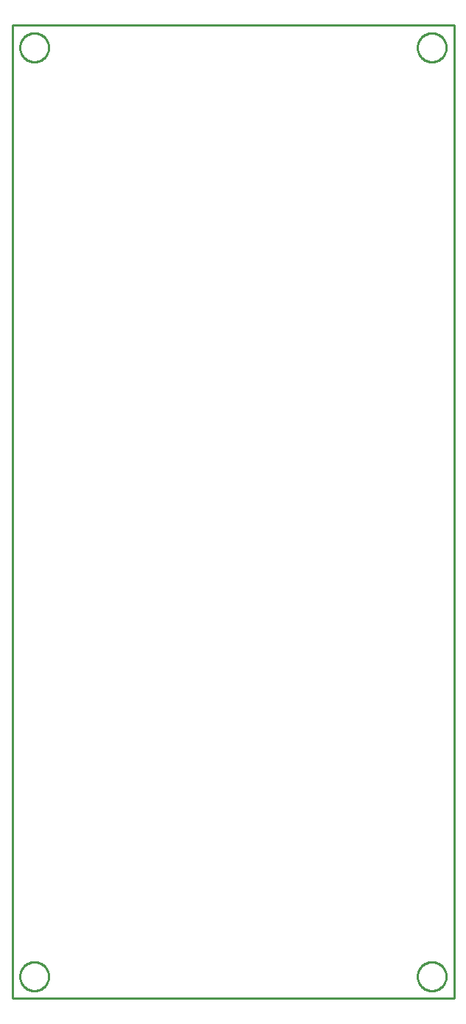
<source format=gko>
G04 EAGLE Gerber RS-274X export*
G75*
%MOMM*%
%FSLAX34Y34*%
%LPD*%
%IN*%
%IPPOS*%
%AMOC8*
5,1,8,0,0,1.08239X$1,22.5*%
G01*
%ADD10C,0.152400*%
%ADD11C,0.000000*%
%ADD12C,0.254000*%


D10*
X0Y0D02*
X508000Y0D01*
X508000Y1117600D01*
X0Y1117600D01*
X0Y0D01*
D11*
X466090Y1092200D02*
X466095Y1092605D01*
X466110Y1093010D01*
X466135Y1093415D01*
X466170Y1093818D01*
X466214Y1094221D01*
X466269Y1094623D01*
X466333Y1095023D01*
X466407Y1095421D01*
X466491Y1095817D01*
X466585Y1096212D01*
X466688Y1096603D01*
X466801Y1096993D01*
X466923Y1097379D01*
X467055Y1097762D01*
X467196Y1098142D01*
X467347Y1098518D01*
X467506Y1098891D01*
X467675Y1099259D01*
X467853Y1099623D01*
X468039Y1099983D01*
X468235Y1100338D01*
X468439Y1100688D01*
X468651Y1101033D01*
X468872Y1101372D01*
X469102Y1101707D01*
X469339Y1102035D01*
X469584Y1102357D01*
X469838Y1102674D01*
X470098Y1102984D01*
X470367Y1103287D01*
X470643Y1103584D01*
X470926Y1103874D01*
X471216Y1104157D01*
X471513Y1104433D01*
X471816Y1104702D01*
X472126Y1104962D01*
X472443Y1105216D01*
X472765Y1105461D01*
X473093Y1105698D01*
X473428Y1105928D01*
X473767Y1106149D01*
X474112Y1106361D01*
X474462Y1106565D01*
X474817Y1106761D01*
X475177Y1106947D01*
X475541Y1107125D01*
X475909Y1107294D01*
X476282Y1107453D01*
X476658Y1107604D01*
X477038Y1107745D01*
X477421Y1107877D01*
X477807Y1107999D01*
X478197Y1108112D01*
X478588Y1108215D01*
X478983Y1108309D01*
X479379Y1108393D01*
X479777Y1108467D01*
X480177Y1108531D01*
X480579Y1108586D01*
X480982Y1108630D01*
X481385Y1108665D01*
X481790Y1108690D01*
X482195Y1108705D01*
X482600Y1108710D01*
X483005Y1108705D01*
X483410Y1108690D01*
X483815Y1108665D01*
X484218Y1108630D01*
X484621Y1108586D01*
X485023Y1108531D01*
X485423Y1108467D01*
X485821Y1108393D01*
X486217Y1108309D01*
X486612Y1108215D01*
X487003Y1108112D01*
X487393Y1107999D01*
X487779Y1107877D01*
X488162Y1107745D01*
X488542Y1107604D01*
X488918Y1107453D01*
X489291Y1107294D01*
X489659Y1107125D01*
X490023Y1106947D01*
X490383Y1106761D01*
X490738Y1106565D01*
X491088Y1106361D01*
X491433Y1106149D01*
X491772Y1105928D01*
X492107Y1105698D01*
X492435Y1105461D01*
X492757Y1105216D01*
X493074Y1104962D01*
X493384Y1104702D01*
X493687Y1104433D01*
X493984Y1104157D01*
X494274Y1103874D01*
X494557Y1103584D01*
X494833Y1103287D01*
X495102Y1102984D01*
X495362Y1102674D01*
X495616Y1102357D01*
X495861Y1102035D01*
X496098Y1101707D01*
X496328Y1101372D01*
X496549Y1101033D01*
X496761Y1100688D01*
X496965Y1100338D01*
X497161Y1099983D01*
X497347Y1099623D01*
X497525Y1099259D01*
X497694Y1098891D01*
X497853Y1098518D01*
X498004Y1098142D01*
X498145Y1097762D01*
X498277Y1097379D01*
X498399Y1096993D01*
X498512Y1096603D01*
X498615Y1096212D01*
X498709Y1095817D01*
X498793Y1095421D01*
X498867Y1095023D01*
X498931Y1094623D01*
X498986Y1094221D01*
X499030Y1093818D01*
X499065Y1093415D01*
X499090Y1093010D01*
X499105Y1092605D01*
X499110Y1092200D01*
X499105Y1091795D01*
X499090Y1091390D01*
X499065Y1090985D01*
X499030Y1090582D01*
X498986Y1090179D01*
X498931Y1089777D01*
X498867Y1089377D01*
X498793Y1088979D01*
X498709Y1088583D01*
X498615Y1088188D01*
X498512Y1087797D01*
X498399Y1087407D01*
X498277Y1087021D01*
X498145Y1086638D01*
X498004Y1086258D01*
X497853Y1085882D01*
X497694Y1085509D01*
X497525Y1085141D01*
X497347Y1084777D01*
X497161Y1084417D01*
X496965Y1084062D01*
X496761Y1083712D01*
X496549Y1083367D01*
X496328Y1083028D01*
X496098Y1082693D01*
X495861Y1082365D01*
X495616Y1082043D01*
X495362Y1081726D01*
X495102Y1081416D01*
X494833Y1081113D01*
X494557Y1080816D01*
X494274Y1080526D01*
X493984Y1080243D01*
X493687Y1079967D01*
X493384Y1079698D01*
X493074Y1079438D01*
X492757Y1079184D01*
X492435Y1078939D01*
X492107Y1078702D01*
X491772Y1078472D01*
X491433Y1078251D01*
X491088Y1078039D01*
X490738Y1077835D01*
X490383Y1077639D01*
X490023Y1077453D01*
X489659Y1077275D01*
X489291Y1077106D01*
X488918Y1076947D01*
X488542Y1076796D01*
X488162Y1076655D01*
X487779Y1076523D01*
X487393Y1076401D01*
X487003Y1076288D01*
X486612Y1076185D01*
X486217Y1076091D01*
X485821Y1076007D01*
X485423Y1075933D01*
X485023Y1075869D01*
X484621Y1075814D01*
X484218Y1075770D01*
X483815Y1075735D01*
X483410Y1075710D01*
X483005Y1075695D01*
X482600Y1075690D01*
X482195Y1075695D01*
X481790Y1075710D01*
X481385Y1075735D01*
X480982Y1075770D01*
X480579Y1075814D01*
X480177Y1075869D01*
X479777Y1075933D01*
X479379Y1076007D01*
X478983Y1076091D01*
X478588Y1076185D01*
X478197Y1076288D01*
X477807Y1076401D01*
X477421Y1076523D01*
X477038Y1076655D01*
X476658Y1076796D01*
X476282Y1076947D01*
X475909Y1077106D01*
X475541Y1077275D01*
X475177Y1077453D01*
X474817Y1077639D01*
X474462Y1077835D01*
X474112Y1078039D01*
X473767Y1078251D01*
X473428Y1078472D01*
X473093Y1078702D01*
X472765Y1078939D01*
X472443Y1079184D01*
X472126Y1079438D01*
X471816Y1079698D01*
X471513Y1079967D01*
X471216Y1080243D01*
X470926Y1080526D01*
X470643Y1080816D01*
X470367Y1081113D01*
X470098Y1081416D01*
X469838Y1081726D01*
X469584Y1082043D01*
X469339Y1082365D01*
X469102Y1082693D01*
X468872Y1083028D01*
X468651Y1083367D01*
X468439Y1083712D01*
X468235Y1084062D01*
X468039Y1084417D01*
X467853Y1084777D01*
X467675Y1085141D01*
X467506Y1085509D01*
X467347Y1085882D01*
X467196Y1086258D01*
X467055Y1086638D01*
X466923Y1087021D01*
X466801Y1087407D01*
X466688Y1087797D01*
X466585Y1088188D01*
X466491Y1088583D01*
X466407Y1088979D01*
X466333Y1089377D01*
X466269Y1089777D01*
X466214Y1090179D01*
X466170Y1090582D01*
X466135Y1090985D01*
X466110Y1091390D01*
X466095Y1091795D01*
X466090Y1092200D01*
X8890Y1092200D02*
X8895Y1092605D01*
X8910Y1093010D01*
X8935Y1093415D01*
X8970Y1093818D01*
X9014Y1094221D01*
X9069Y1094623D01*
X9133Y1095023D01*
X9207Y1095421D01*
X9291Y1095817D01*
X9385Y1096212D01*
X9488Y1096603D01*
X9601Y1096993D01*
X9723Y1097379D01*
X9855Y1097762D01*
X9996Y1098142D01*
X10147Y1098518D01*
X10306Y1098891D01*
X10475Y1099259D01*
X10653Y1099623D01*
X10839Y1099983D01*
X11035Y1100338D01*
X11239Y1100688D01*
X11451Y1101033D01*
X11672Y1101372D01*
X11902Y1101707D01*
X12139Y1102035D01*
X12384Y1102357D01*
X12638Y1102674D01*
X12898Y1102984D01*
X13167Y1103287D01*
X13443Y1103584D01*
X13726Y1103874D01*
X14016Y1104157D01*
X14313Y1104433D01*
X14616Y1104702D01*
X14926Y1104962D01*
X15243Y1105216D01*
X15565Y1105461D01*
X15893Y1105698D01*
X16228Y1105928D01*
X16567Y1106149D01*
X16912Y1106361D01*
X17262Y1106565D01*
X17617Y1106761D01*
X17977Y1106947D01*
X18341Y1107125D01*
X18709Y1107294D01*
X19082Y1107453D01*
X19458Y1107604D01*
X19838Y1107745D01*
X20221Y1107877D01*
X20607Y1107999D01*
X20997Y1108112D01*
X21388Y1108215D01*
X21783Y1108309D01*
X22179Y1108393D01*
X22577Y1108467D01*
X22977Y1108531D01*
X23379Y1108586D01*
X23782Y1108630D01*
X24185Y1108665D01*
X24590Y1108690D01*
X24995Y1108705D01*
X25400Y1108710D01*
X25805Y1108705D01*
X26210Y1108690D01*
X26615Y1108665D01*
X27018Y1108630D01*
X27421Y1108586D01*
X27823Y1108531D01*
X28223Y1108467D01*
X28621Y1108393D01*
X29017Y1108309D01*
X29412Y1108215D01*
X29803Y1108112D01*
X30193Y1107999D01*
X30579Y1107877D01*
X30962Y1107745D01*
X31342Y1107604D01*
X31718Y1107453D01*
X32091Y1107294D01*
X32459Y1107125D01*
X32823Y1106947D01*
X33183Y1106761D01*
X33538Y1106565D01*
X33888Y1106361D01*
X34233Y1106149D01*
X34572Y1105928D01*
X34907Y1105698D01*
X35235Y1105461D01*
X35557Y1105216D01*
X35874Y1104962D01*
X36184Y1104702D01*
X36487Y1104433D01*
X36784Y1104157D01*
X37074Y1103874D01*
X37357Y1103584D01*
X37633Y1103287D01*
X37902Y1102984D01*
X38162Y1102674D01*
X38416Y1102357D01*
X38661Y1102035D01*
X38898Y1101707D01*
X39128Y1101372D01*
X39349Y1101033D01*
X39561Y1100688D01*
X39765Y1100338D01*
X39961Y1099983D01*
X40147Y1099623D01*
X40325Y1099259D01*
X40494Y1098891D01*
X40653Y1098518D01*
X40804Y1098142D01*
X40945Y1097762D01*
X41077Y1097379D01*
X41199Y1096993D01*
X41312Y1096603D01*
X41415Y1096212D01*
X41509Y1095817D01*
X41593Y1095421D01*
X41667Y1095023D01*
X41731Y1094623D01*
X41786Y1094221D01*
X41830Y1093818D01*
X41865Y1093415D01*
X41890Y1093010D01*
X41905Y1092605D01*
X41910Y1092200D01*
X41905Y1091795D01*
X41890Y1091390D01*
X41865Y1090985D01*
X41830Y1090582D01*
X41786Y1090179D01*
X41731Y1089777D01*
X41667Y1089377D01*
X41593Y1088979D01*
X41509Y1088583D01*
X41415Y1088188D01*
X41312Y1087797D01*
X41199Y1087407D01*
X41077Y1087021D01*
X40945Y1086638D01*
X40804Y1086258D01*
X40653Y1085882D01*
X40494Y1085509D01*
X40325Y1085141D01*
X40147Y1084777D01*
X39961Y1084417D01*
X39765Y1084062D01*
X39561Y1083712D01*
X39349Y1083367D01*
X39128Y1083028D01*
X38898Y1082693D01*
X38661Y1082365D01*
X38416Y1082043D01*
X38162Y1081726D01*
X37902Y1081416D01*
X37633Y1081113D01*
X37357Y1080816D01*
X37074Y1080526D01*
X36784Y1080243D01*
X36487Y1079967D01*
X36184Y1079698D01*
X35874Y1079438D01*
X35557Y1079184D01*
X35235Y1078939D01*
X34907Y1078702D01*
X34572Y1078472D01*
X34233Y1078251D01*
X33888Y1078039D01*
X33538Y1077835D01*
X33183Y1077639D01*
X32823Y1077453D01*
X32459Y1077275D01*
X32091Y1077106D01*
X31718Y1076947D01*
X31342Y1076796D01*
X30962Y1076655D01*
X30579Y1076523D01*
X30193Y1076401D01*
X29803Y1076288D01*
X29412Y1076185D01*
X29017Y1076091D01*
X28621Y1076007D01*
X28223Y1075933D01*
X27823Y1075869D01*
X27421Y1075814D01*
X27018Y1075770D01*
X26615Y1075735D01*
X26210Y1075710D01*
X25805Y1075695D01*
X25400Y1075690D01*
X24995Y1075695D01*
X24590Y1075710D01*
X24185Y1075735D01*
X23782Y1075770D01*
X23379Y1075814D01*
X22977Y1075869D01*
X22577Y1075933D01*
X22179Y1076007D01*
X21783Y1076091D01*
X21388Y1076185D01*
X20997Y1076288D01*
X20607Y1076401D01*
X20221Y1076523D01*
X19838Y1076655D01*
X19458Y1076796D01*
X19082Y1076947D01*
X18709Y1077106D01*
X18341Y1077275D01*
X17977Y1077453D01*
X17617Y1077639D01*
X17262Y1077835D01*
X16912Y1078039D01*
X16567Y1078251D01*
X16228Y1078472D01*
X15893Y1078702D01*
X15565Y1078939D01*
X15243Y1079184D01*
X14926Y1079438D01*
X14616Y1079698D01*
X14313Y1079967D01*
X14016Y1080243D01*
X13726Y1080526D01*
X13443Y1080816D01*
X13167Y1081113D01*
X12898Y1081416D01*
X12638Y1081726D01*
X12384Y1082043D01*
X12139Y1082365D01*
X11902Y1082693D01*
X11672Y1083028D01*
X11451Y1083367D01*
X11239Y1083712D01*
X11035Y1084062D01*
X10839Y1084417D01*
X10653Y1084777D01*
X10475Y1085141D01*
X10306Y1085509D01*
X10147Y1085882D01*
X9996Y1086258D01*
X9855Y1086638D01*
X9723Y1087021D01*
X9601Y1087407D01*
X9488Y1087797D01*
X9385Y1088188D01*
X9291Y1088583D01*
X9207Y1088979D01*
X9133Y1089377D01*
X9069Y1089777D01*
X9014Y1090179D01*
X8970Y1090582D01*
X8935Y1090985D01*
X8910Y1091390D01*
X8895Y1091795D01*
X8890Y1092200D01*
X466090Y25400D02*
X466095Y25805D01*
X466110Y26210D01*
X466135Y26615D01*
X466170Y27018D01*
X466214Y27421D01*
X466269Y27823D01*
X466333Y28223D01*
X466407Y28621D01*
X466491Y29017D01*
X466585Y29412D01*
X466688Y29803D01*
X466801Y30193D01*
X466923Y30579D01*
X467055Y30962D01*
X467196Y31342D01*
X467347Y31718D01*
X467506Y32091D01*
X467675Y32459D01*
X467853Y32823D01*
X468039Y33183D01*
X468235Y33538D01*
X468439Y33888D01*
X468651Y34233D01*
X468872Y34572D01*
X469102Y34907D01*
X469339Y35235D01*
X469584Y35557D01*
X469838Y35874D01*
X470098Y36184D01*
X470367Y36487D01*
X470643Y36784D01*
X470926Y37074D01*
X471216Y37357D01*
X471513Y37633D01*
X471816Y37902D01*
X472126Y38162D01*
X472443Y38416D01*
X472765Y38661D01*
X473093Y38898D01*
X473428Y39128D01*
X473767Y39349D01*
X474112Y39561D01*
X474462Y39765D01*
X474817Y39961D01*
X475177Y40147D01*
X475541Y40325D01*
X475909Y40494D01*
X476282Y40653D01*
X476658Y40804D01*
X477038Y40945D01*
X477421Y41077D01*
X477807Y41199D01*
X478197Y41312D01*
X478588Y41415D01*
X478983Y41509D01*
X479379Y41593D01*
X479777Y41667D01*
X480177Y41731D01*
X480579Y41786D01*
X480982Y41830D01*
X481385Y41865D01*
X481790Y41890D01*
X482195Y41905D01*
X482600Y41910D01*
X483005Y41905D01*
X483410Y41890D01*
X483815Y41865D01*
X484218Y41830D01*
X484621Y41786D01*
X485023Y41731D01*
X485423Y41667D01*
X485821Y41593D01*
X486217Y41509D01*
X486612Y41415D01*
X487003Y41312D01*
X487393Y41199D01*
X487779Y41077D01*
X488162Y40945D01*
X488542Y40804D01*
X488918Y40653D01*
X489291Y40494D01*
X489659Y40325D01*
X490023Y40147D01*
X490383Y39961D01*
X490738Y39765D01*
X491088Y39561D01*
X491433Y39349D01*
X491772Y39128D01*
X492107Y38898D01*
X492435Y38661D01*
X492757Y38416D01*
X493074Y38162D01*
X493384Y37902D01*
X493687Y37633D01*
X493984Y37357D01*
X494274Y37074D01*
X494557Y36784D01*
X494833Y36487D01*
X495102Y36184D01*
X495362Y35874D01*
X495616Y35557D01*
X495861Y35235D01*
X496098Y34907D01*
X496328Y34572D01*
X496549Y34233D01*
X496761Y33888D01*
X496965Y33538D01*
X497161Y33183D01*
X497347Y32823D01*
X497525Y32459D01*
X497694Y32091D01*
X497853Y31718D01*
X498004Y31342D01*
X498145Y30962D01*
X498277Y30579D01*
X498399Y30193D01*
X498512Y29803D01*
X498615Y29412D01*
X498709Y29017D01*
X498793Y28621D01*
X498867Y28223D01*
X498931Y27823D01*
X498986Y27421D01*
X499030Y27018D01*
X499065Y26615D01*
X499090Y26210D01*
X499105Y25805D01*
X499110Y25400D01*
X499105Y24995D01*
X499090Y24590D01*
X499065Y24185D01*
X499030Y23782D01*
X498986Y23379D01*
X498931Y22977D01*
X498867Y22577D01*
X498793Y22179D01*
X498709Y21783D01*
X498615Y21388D01*
X498512Y20997D01*
X498399Y20607D01*
X498277Y20221D01*
X498145Y19838D01*
X498004Y19458D01*
X497853Y19082D01*
X497694Y18709D01*
X497525Y18341D01*
X497347Y17977D01*
X497161Y17617D01*
X496965Y17262D01*
X496761Y16912D01*
X496549Y16567D01*
X496328Y16228D01*
X496098Y15893D01*
X495861Y15565D01*
X495616Y15243D01*
X495362Y14926D01*
X495102Y14616D01*
X494833Y14313D01*
X494557Y14016D01*
X494274Y13726D01*
X493984Y13443D01*
X493687Y13167D01*
X493384Y12898D01*
X493074Y12638D01*
X492757Y12384D01*
X492435Y12139D01*
X492107Y11902D01*
X491772Y11672D01*
X491433Y11451D01*
X491088Y11239D01*
X490738Y11035D01*
X490383Y10839D01*
X490023Y10653D01*
X489659Y10475D01*
X489291Y10306D01*
X488918Y10147D01*
X488542Y9996D01*
X488162Y9855D01*
X487779Y9723D01*
X487393Y9601D01*
X487003Y9488D01*
X486612Y9385D01*
X486217Y9291D01*
X485821Y9207D01*
X485423Y9133D01*
X485023Y9069D01*
X484621Y9014D01*
X484218Y8970D01*
X483815Y8935D01*
X483410Y8910D01*
X483005Y8895D01*
X482600Y8890D01*
X482195Y8895D01*
X481790Y8910D01*
X481385Y8935D01*
X480982Y8970D01*
X480579Y9014D01*
X480177Y9069D01*
X479777Y9133D01*
X479379Y9207D01*
X478983Y9291D01*
X478588Y9385D01*
X478197Y9488D01*
X477807Y9601D01*
X477421Y9723D01*
X477038Y9855D01*
X476658Y9996D01*
X476282Y10147D01*
X475909Y10306D01*
X475541Y10475D01*
X475177Y10653D01*
X474817Y10839D01*
X474462Y11035D01*
X474112Y11239D01*
X473767Y11451D01*
X473428Y11672D01*
X473093Y11902D01*
X472765Y12139D01*
X472443Y12384D01*
X472126Y12638D01*
X471816Y12898D01*
X471513Y13167D01*
X471216Y13443D01*
X470926Y13726D01*
X470643Y14016D01*
X470367Y14313D01*
X470098Y14616D01*
X469838Y14926D01*
X469584Y15243D01*
X469339Y15565D01*
X469102Y15893D01*
X468872Y16228D01*
X468651Y16567D01*
X468439Y16912D01*
X468235Y17262D01*
X468039Y17617D01*
X467853Y17977D01*
X467675Y18341D01*
X467506Y18709D01*
X467347Y19082D01*
X467196Y19458D01*
X467055Y19838D01*
X466923Y20221D01*
X466801Y20607D01*
X466688Y20997D01*
X466585Y21388D01*
X466491Y21783D01*
X466407Y22179D01*
X466333Y22577D01*
X466269Y22977D01*
X466214Y23379D01*
X466170Y23782D01*
X466135Y24185D01*
X466110Y24590D01*
X466095Y24995D01*
X466090Y25400D01*
X8890Y25400D02*
X8895Y25805D01*
X8910Y26210D01*
X8935Y26615D01*
X8970Y27018D01*
X9014Y27421D01*
X9069Y27823D01*
X9133Y28223D01*
X9207Y28621D01*
X9291Y29017D01*
X9385Y29412D01*
X9488Y29803D01*
X9601Y30193D01*
X9723Y30579D01*
X9855Y30962D01*
X9996Y31342D01*
X10147Y31718D01*
X10306Y32091D01*
X10475Y32459D01*
X10653Y32823D01*
X10839Y33183D01*
X11035Y33538D01*
X11239Y33888D01*
X11451Y34233D01*
X11672Y34572D01*
X11902Y34907D01*
X12139Y35235D01*
X12384Y35557D01*
X12638Y35874D01*
X12898Y36184D01*
X13167Y36487D01*
X13443Y36784D01*
X13726Y37074D01*
X14016Y37357D01*
X14313Y37633D01*
X14616Y37902D01*
X14926Y38162D01*
X15243Y38416D01*
X15565Y38661D01*
X15893Y38898D01*
X16228Y39128D01*
X16567Y39349D01*
X16912Y39561D01*
X17262Y39765D01*
X17617Y39961D01*
X17977Y40147D01*
X18341Y40325D01*
X18709Y40494D01*
X19082Y40653D01*
X19458Y40804D01*
X19838Y40945D01*
X20221Y41077D01*
X20607Y41199D01*
X20997Y41312D01*
X21388Y41415D01*
X21783Y41509D01*
X22179Y41593D01*
X22577Y41667D01*
X22977Y41731D01*
X23379Y41786D01*
X23782Y41830D01*
X24185Y41865D01*
X24590Y41890D01*
X24995Y41905D01*
X25400Y41910D01*
X25805Y41905D01*
X26210Y41890D01*
X26615Y41865D01*
X27018Y41830D01*
X27421Y41786D01*
X27823Y41731D01*
X28223Y41667D01*
X28621Y41593D01*
X29017Y41509D01*
X29412Y41415D01*
X29803Y41312D01*
X30193Y41199D01*
X30579Y41077D01*
X30962Y40945D01*
X31342Y40804D01*
X31718Y40653D01*
X32091Y40494D01*
X32459Y40325D01*
X32823Y40147D01*
X33183Y39961D01*
X33538Y39765D01*
X33888Y39561D01*
X34233Y39349D01*
X34572Y39128D01*
X34907Y38898D01*
X35235Y38661D01*
X35557Y38416D01*
X35874Y38162D01*
X36184Y37902D01*
X36487Y37633D01*
X36784Y37357D01*
X37074Y37074D01*
X37357Y36784D01*
X37633Y36487D01*
X37902Y36184D01*
X38162Y35874D01*
X38416Y35557D01*
X38661Y35235D01*
X38898Y34907D01*
X39128Y34572D01*
X39349Y34233D01*
X39561Y33888D01*
X39765Y33538D01*
X39961Y33183D01*
X40147Y32823D01*
X40325Y32459D01*
X40494Y32091D01*
X40653Y31718D01*
X40804Y31342D01*
X40945Y30962D01*
X41077Y30579D01*
X41199Y30193D01*
X41312Y29803D01*
X41415Y29412D01*
X41509Y29017D01*
X41593Y28621D01*
X41667Y28223D01*
X41731Y27823D01*
X41786Y27421D01*
X41830Y27018D01*
X41865Y26615D01*
X41890Y26210D01*
X41905Y25805D01*
X41910Y25400D01*
X41905Y24995D01*
X41890Y24590D01*
X41865Y24185D01*
X41830Y23782D01*
X41786Y23379D01*
X41731Y22977D01*
X41667Y22577D01*
X41593Y22179D01*
X41509Y21783D01*
X41415Y21388D01*
X41312Y20997D01*
X41199Y20607D01*
X41077Y20221D01*
X40945Y19838D01*
X40804Y19458D01*
X40653Y19082D01*
X40494Y18709D01*
X40325Y18341D01*
X40147Y17977D01*
X39961Y17617D01*
X39765Y17262D01*
X39561Y16912D01*
X39349Y16567D01*
X39128Y16228D01*
X38898Y15893D01*
X38661Y15565D01*
X38416Y15243D01*
X38162Y14926D01*
X37902Y14616D01*
X37633Y14313D01*
X37357Y14016D01*
X37074Y13726D01*
X36784Y13443D01*
X36487Y13167D01*
X36184Y12898D01*
X35874Y12638D01*
X35557Y12384D01*
X35235Y12139D01*
X34907Y11902D01*
X34572Y11672D01*
X34233Y11451D01*
X33888Y11239D01*
X33538Y11035D01*
X33183Y10839D01*
X32823Y10653D01*
X32459Y10475D01*
X32091Y10306D01*
X31718Y10147D01*
X31342Y9996D01*
X30962Y9855D01*
X30579Y9723D01*
X30193Y9601D01*
X29803Y9488D01*
X29412Y9385D01*
X29017Y9291D01*
X28621Y9207D01*
X28223Y9133D01*
X27823Y9069D01*
X27421Y9014D01*
X27018Y8970D01*
X26615Y8935D01*
X26210Y8910D01*
X25805Y8895D01*
X25400Y8890D01*
X24995Y8895D01*
X24590Y8910D01*
X24185Y8935D01*
X23782Y8970D01*
X23379Y9014D01*
X22977Y9069D01*
X22577Y9133D01*
X22179Y9207D01*
X21783Y9291D01*
X21388Y9385D01*
X20997Y9488D01*
X20607Y9601D01*
X20221Y9723D01*
X19838Y9855D01*
X19458Y9996D01*
X19082Y10147D01*
X18709Y10306D01*
X18341Y10475D01*
X17977Y10653D01*
X17617Y10839D01*
X17262Y11035D01*
X16912Y11239D01*
X16567Y11451D01*
X16228Y11672D01*
X15893Y11902D01*
X15565Y12139D01*
X15243Y12384D01*
X14926Y12638D01*
X14616Y12898D01*
X14313Y13167D01*
X14016Y13443D01*
X13726Y13726D01*
X13443Y14016D01*
X13167Y14313D01*
X12898Y14616D01*
X12638Y14926D01*
X12384Y15243D01*
X12139Y15565D01*
X11902Y15893D01*
X11672Y16228D01*
X11451Y16567D01*
X11239Y16912D01*
X11035Y17262D01*
X10839Y17617D01*
X10653Y17977D01*
X10475Y18341D01*
X10306Y18709D01*
X10147Y19082D01*
X9996Y19458D01*
X9855Y19838D01*
X9723Y20221D01*
X9601Y20607D01*
X9488Y20997D01*
X9385Y21388D01*
X9291Y21783D01*
X9207Y22179D01*
X9133Y22577D01*
X9069Y22977D01*
X9014Y23379D01*
X8970Y23782D01*
X8935Y24185D01*
X8910Y24590D01*
X8895Y24995D01*
X8890Y25400D01*
D12*
X0Y0D02*
X508000Y0D01*
X508000Y1117600D01*
X0Y1117600D01*
X0Y0D01*
X499110Y1091660D02*
X499039Y1090581D01*
X498898Y1089509D01*
X498687Y1088449D01*
X498408Y1087405D01*
X498060Y1086381D01*
X497646Y1085383D01*
X497168Y1084413D01*
X496628Y1083477D01*
X496027Y1082578D01*
X495369Y1081721D01*
X494657Y1080908D01*
X493892Y1080144D01*
X493079Y1079431D01*
X492222Y1078773D01*
X491323Y1078172D01*
X490387Y1077632D01*
X489417Y1077154D01*
X488419Y1076740D01*
X487395Y1076392D01*
X486351Y1076113D01*
X485291Y1075902D01*
X484219Y1075761D01*
X483140Y1075690D01*
X482060Y1075690D01*
X480981Y1075761D01*
X479909Y1075902D01*
X478849Y1076113D01*
X477805Y1076392D01*
X476781Y1076740D01*
X475783Y1077154D01*
X474813Y1077632D01*
X473877Y1078172D01*
X472978Y1078773D01*
X472121Y1079431D01*
X471308Y1080144D01*
X470544Y1080908D01*
X469831Y1081721D01*
X469173Y1082578D01*
X468572Y1083477D01*
X468032Y1084413D01*
X467554Y1085383D01*
X467140Y1086381D01*
X466792Y1087405D01*
X466513Y1088449D01*
X466302Y1089509D01*
X466161Y1090581D01*
X466090Y1091660D01*
X466090Y1092740D01*
X466161Y1093819D01*
X466302Y1094891D01*
X466513Y1095951D01*
X466792Y1096995D01*
X467140Y1098019D01*
X467554Y1099017D01*
X468032Y1099987D01*
X468572Y1100923D01*
X469173Y1101822D01*
X469831Y1102679D01*
X470544Y1103492D01*
X471308Y1104257D01*
X472121Y1104969D01*
X472978Y1105627D01*
X473877Y1106228D01*
X474813Y1106768D01*
X475783Y1107246D01*
X476781Y1107660D01*
X477805Y1108008D01*
X478849Y1108287D01*
X479909Y1108498D01*
X480981Y1108639D01*
X482060Y1108710D01*
X483140Y1108710D01*
X484219Y1108639D01*
X485291Y1108498D01*
X486351Y1108287D01*
X487395Y1108008D01*
X488419Y1107660D01*
X489417Y1107246D01*
X490387Y1106768D01*
X491323Y1106228D01*
X492222Y1105627D01*
X493079Y1104969D01*
X493892Y1104257D01*
X494657Y1103492D01*
X495369Y1102679D01*
X496027Y1101822D01*
X496628Y1100923D01*
X497168Y1099987D01*
X497646Y1099017D01*
X498060Y1098019D01*
X498408Y1096995D01*
X498687Y1095951D01*
X498898Y1094891D01*
X499039Y1093819D01*
X499110Y1092740D01*
X499110Y1091660D01*
X41910Y1091660D02*
X41839Y1090581D01*
X41698Y1089509D01*
X41487Y1088449D01*
X41208Y1087405D01*
X40860Y1086381D01*
X40446Y1085383D01*
X39968Y1084413D01*
X39428Y1083477D01*
X38827Y1082578D01*
X38169Y1081721D01*
X37457Y1080908D01*
X36692Y1080144D01*
X35879Y1079431D01*
X35022Y1078773D01*
X34123Y1078172D01*
X33187Y1077632D01*
X32217Y1077154D01*
X31219Y1076740D01*
X30195Y1076392D01*
X29151Y1076113D01*
X28091Y1075902D01*
X27019Y1075761D01*
X25940Y1075690D01*
X24860Y1075690D01*
X23781Y1075761D01*
X22709Y1075902D01*
X21649Y1076113D01*
X20605Y1076392D01*
X19581Y1076740D01*
X18583Y1077154D01*
X17613Y1077632D01*
X16677Y1078172D01*
X15778Y1078773D01*
X14921Y1079431D01*
X14108Y1080144D01*
X13344Y1080908D01*
X12631Y1081721D01*
X11973Y1082578D01*
X11372Y1083477D01*
X10832Y1084413D01*
X10354Y1085383D01*
X9940Y1086381D01*
X9592Y1087405D01*
X9313Y1088449D01*
X9102Y1089509D01*
X8961Y1090581D01*
X8890Y1091660D01*
X8890Y1092740D01*
X8961Y1093819D01*
X9102Y1094891D01*
X9313Y1095951D01*
X9592Y1096995D01*
X9940Y1098019D01*
X10354Y1099017D01*
X10832Y1099987D01*
X11372Y1100923D01*
X11973Y1101822D01*
X12631Y1102679D01*
X13344Y1103492D01*
X14108Y1104257D01*
X14921Y1104969D01*
X15778Y1105627D01*
X16677Y1106228D01*
X17613Y1106768D01*
X18583Y1107246D01*
X19581Y1107660D01*
X20605Y1108008D01*
X21649Y1108287D01*
X22709Y1108498D01*
X23781Y1108639D01*
X24860Y1108710D01*
X25940Y1108710D01*
X27019Y1108639D01*
X28091Y1108498D01*
X29151Y1108287D01*
X30195Y1108008D01*
X31219Y1107660D01*
X32217Y1107246D01*
X33187Y1106768D01*
X34123Y1106228D01*
X35022Y1105627D01*
X35879Y1104969D01*
X36692Y1104257D01*
X37457Y1103492D01*
X38169Y1102679D01*
X38827Y1101822D01*
X39428Y1100923D01*
X39968Y1099987D01*
X40446Y1099017D01*
X40860Y1098019D01*
X41208Y1096995D01*
X41487Y1095951D01*
X41698Y1094891D01*
X41839Y1093819D01*
X41910Y1092740D01*
X41910Y1091660D01*
X499110Y24860D02*
X499039Y23781D01*
X498898Y22709D01*
X498687Y21649D01*
X498408Y20605D01*
X498060Y19581D01*
X497646Y18583D01*
X497168Y17613D01*
X496628Y16677D01*
X496027Y15778D01*
X495369Y14921D01*
X494657Y14108D01*
X493892Y13344D01*
X493079Y12631D01*
X492222Y11973D01*
X491323Y11372D01*
X490387Y10832D01*
X489417Y10354D01*
X488419Y9940D01*
X487395Y9592D01*
X486351Y9313D01*
X485291Y9102D01*
X484219Y8961D01*
X483140Y8890D01*
X482060Y8890D01*
X480981Y8961D01*
X479909Y9102D01*
X478849Y9313D01*
X477805Y9592D01*
X476781Y9940D01*
X475783Y10354D01*
X474813Y10832D01*
X473877Y11372D01*
X472978Y11973D01*
X472121Y12631D01*
X471308Y13344D01*
X470544Y14108D01*
X469831Y14921D01*
X469173Y15778D01*
X468572Y16677D01*
X468032Y17613D01*
X467554Y18583D01*
X467140Y19581D01*
X466792Y20605D01*
X466513Y21649D01*
X466302Y22709D01*
X466161Y23781D01*
X466090Y24860D01*
X466090Y25940D01*
X466161Y27019D01*
X466302Y28091D01*
X466513Y29151D01*
X466792Y30195D01*
X467140Y31219D01*
X467554Y32217D01*
X468032Y33187D01*
X468572Y34123D01*
X469173Y35022D01*
X469831Y35879D01*
X470544Y36692D01*
X471308Y37457D01*
X472121Y38169D01*
X472978Y38827D01*
X473877Y39428D01*
X474813Y39968D01*
X475783Y40446D01*
X476781Y40860D01*
X477805Y41208D01*
X478849Y41487D01*
X479909Y41698D01*
X480981Y41839D01*
X482060Y41910D01*
X483140Y41910D01*
X484219Y41839D01*
X485291Y41698D01*
X486351Y41487D01*
X487395Y41208D01*
X488419Y40860D01*
X489417Y40446D01*
X490387Y39968D01*
X491323Y39428D01*
X492222Y38827D01*
X493079Y38169D01*
X493892Y37457D01*
X494657Y36692D01*
X495369Y35879D01*
X496027Y35022D01*
X496628Y34123D01*
X497168Y33187D01*
X497646Y32217D01*
X498060Y31219D01*
X498408Y30195D01*
X498687Y29151D01*
X498898Y28091D01*
X499039Y27019D01*
X499110Y25940D01*
X499110Y24860D01*
X41910Y24860D02*
X41839Y23781D01*
X41698Y22709D01*
X41487Y21649D01*
X41208Y20605D01*
X40860Y19581D01*
X40446Y18583D01*
X39968Y17613D01*
X39428Y16677D01*
X38827Y15778D01*
X38169Y14921D01*
X37457Y14108D01*
X36692Y13344D01*
X35879Y12631D01*
X35022Y11973D01*
X34123Y11372D01*
X33187Y10832D01*
X32217Y10354D01*
X31219Y9940D01*
X30195Y9592D01*
X29151Y9313D01*
X28091Y9102D01*
X27019Y8961D01*
X25940Y8890D01*
X24860Y8890D01*
X23781Y8961D01*
X22709Y9102D01*
X21649Y9313D01*
X20605Y9592D01*
X19581Y9940D01*
X18583Y10354D01*
X17613Y10832D01*
X16677Y11372D01*
X15778Y11973D01*
X14921Y12631D01*
X14108Y13344D01*
X13344Y14108D01*
X12631Y14921D01*
X11973Y15778D01*
X11372Y16677D01*
X10832Y17613D01*
X10354Y18583D01*
X9940Y19581D01*
X9592Y20605D01*
X9313Y21649D01*
X9102Y22709D01*
X8961Y23781D01*
X8890Y24860D01*
X8890Y25940D01*
X8961Y27019D01*
X9102Y28091D01*
X9313Y29151D01*
X9592Y30195D01*
X9940Y31219D01*
X10354Y32217D01*
X10832Y33187D01*
X11372Y34123D01*
X11973Y35022D01*
X12631Y35879D01*
X13344Y36692D01*
X14108Y37457D01*
X14921Y38169D01*
X15778Y38827D01*
X16677Y39428D01*
X17613Y39968D01*
X18583Y40446D01*
X19581Y40860D01*
X20605Y41208D01*
X21649Y41487D01*
X22709Y41698D01*
X23781Y41839D01*
X24860Y41910D01*
X25940Y41910D01*
X27019Y41839D01*
X28091Y41698D01*
X29151Y41487D01*
X30195Y41208D01*
X31219Y40860D01*
X32217Y40446D01*
X33187Y39968D01*
X34123Y39428D01*
X35022Y38827D01*
X35879Y38169D01*
X36692Y37457D01*
X37457Y36692D01*
X38169Y35879D01*
X38827Y35022D01*
X39428Y34123D01*
X39968Y33187D01*
X40446Y32217D01*
X40860Y31219D01*
X41208Y30195D01*
X41487Y29151D01*
X41698Y28091D01*
X41839Y27019D01*
X41910Y25940D01*
X41910Y24860D01*
M02*

</source>
